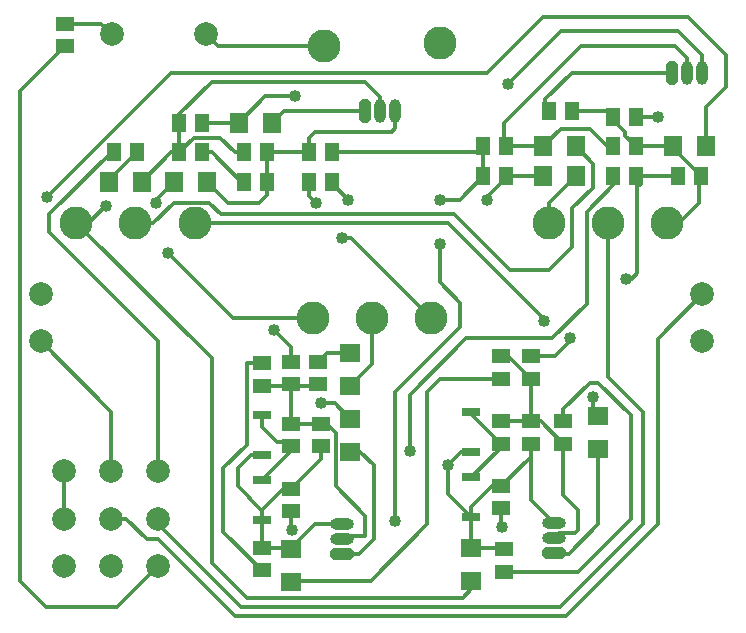
<source format=gbr>
G04 DipTrace 3.2.0.1*
G04 Top.gbr*
%MOIN*%
G04 #@! TF.FileFunction,Copper,L1,Top*
G04 #@! TF.Part,Single*
%AMOUTLINE0*
4,1,8,
-0.019685,-0.029528,
-0.009843,-0.03937,
0.009843,-0.03937,
0.019685,-0.029528,
0.019685,0.029528,
0.009843,0.03937,
-0.009843,0.03937,
-0.019685,0.029528,
-0.019685,-0.029528,
0*%
%AMOUTLINE3*
4,1,8,
0.029528,-0.019685,
0.03937,-0.009843,
0.03937,0.009843,
0.029528,0.019685,
-0.029528,0.019685,
-0.03937,0.009843,
-0.03937,-0.009843,
-0.029528,-0.019685,
0.029528,-0.019685,
0*%
G04 #@! TA.AperFunction,Conductor*
%ADD14C,0.012992*%
%ADD16R,0.062992X0.070866*%
%ADD17R,0.070866X0.062992*%
%ADD18R,0.059055X0.051181*%
%ADD19R,0.051181X0.059055*%
%ADD21R,0.062992X0.031496*%
G04 #@! TA.AperFunction,ComponentPad*
%ADD22C,0.07874*%
%ADD23C,0.110236*%
%ADD24O,0.03937X0.07874*%
%ADD25O,0.07874X0.03937*%
G04 #@! TA.AperFunction,ViaPad*
%ADD26C,0.04*%
G04 #@! TA.AperFunction,ComponentPad*
%ADD55OUTLINE0*%
%ADD58OUTLINE3*%
%FSLAX26Y26*%
G04*
G70*
G90*
G75*
G01*
G04 Top*
%LPD*%
X972441Y2066929D2*
D14*
Y1968504D1*
X946850D1*
X848425Y1870079D1*
X1188976Y1968504D2*
X1159449D1*
X1110236Y2017717D1*
X1021654D1*
X972441Y1968504D1*
X1642520Y2106299D2*
Y2154724D1*
X1592520Y2204724D1*
X1080709D1*
X972441Y2096457D1*
Y2066929D1*
X1047244D2*
X1171260D1*
X2281496Y2106299D2*
X2419291D1*
Y2086614D1*
Y2076772D1*
X2458661Y2037402D1*
Y2023622D1*
X2494094Y1988189D1*
X2618110D1*
Y1982283D1*
X2710630Y1889764D1*
X2598425Y1732283D2*
X2637795D1*
X2706693Y1801181D1*
Y1885827D1*
X2710630Y1889764D1*
X1346457Y1269685D2*
Y1320866D1*
X1289370Y1377953D1*
X2352362Y1151575D2*
Y1108268D1*
X2370079Y1090551D1*
X2273622Y1348425D2*
Y1338583D1*
X2224409Y1289370D1*
X2143701D1*
X1358268Y2155512D2*
X1259843D1*
X1171260Y2066929D1*
X1480315Y1870079D2*
Y1866142D1*
X1535433Y1811024D1*
X1446850Y1131890D2*
X1492126D1*
X1543307Y1080709D1*
X746063Y905512D2*
Y1104331D1*
X511811Y1338583D1*
X1188976Y1870079D2*
X1179134D1*
X1080709Y1968504D1*
X1047244D1*
X1405512D2*
X1263780D1*
Y1870079D1*
Y1826772D1*
X1238189Y1801181D1*
X1133858D1*
X1064961Y1870079D1*
X1692520Y2106299D2*
Y2048819D1*
X1681102Y2037402D1*
X1425197D1*
X1405512Y2017717D1*
Y1968504D1*
X1592520Y2106299D2*
X1320866D1*
X1281496Y2066929D1*
X1543307Y1301181D2*
X1466535D1*
X1435039Y1269685D1*
X1346457Y1194882D2*
Y1062992D1*
X1444882D1*
X1346457D2*
D3*
X1444882D2*
X1464567D1*
X1494094Y1033465D1*
Y856299D1*
X1592520Y757874D1*
Y688976D1*
X1522835D1*
X1513780Y679921D1*
X1248031Y1190945D2*
X1431102D1*
X1435039Y1194882D1*
X1543307Y970472D2*
X1576772D1*
X1622047Y925197D1*
Y679134D1*
X1572835Y629921D1*
X1513780D1*
X1444882Y988189D2*
Y944882D1*
X1346457Y846457D1*
X1316929D1*
X1248031Y777559D1*
Y774576D1*
Y742126D1*
Y958661D2*
X1212598D1*
X1169291Y915354D1*
Y856299D1*
X1208661Y816929D1*
X1205678D1*
X1248031Y774576D1*
Y742126D2*
Y649606D1*
X1344488D1*
X1346457Y647638D1*
Y649606D1*
X1425197Y728346D1*
X1512205D1*
X1513780Y729921D1*
X1248031Y1265748D2*
X1198819D1*
Y994094D1*
X1120079Y915354D1*
Y702756D1*
X1248031Y574803D1*
X895669Y1801181D2*
Y1811024D1*
X954724Y1870079D1*
X1417323Y1417323D2*
X1151575D1*
X935039Y1633858D1*
X1405512Y1870079D2*
Y1822835D1*
X1427165Y1801181D1*
X1515748Y1683071D2*
X1545276D1*
X1811024Y1417323D1*
X1986220Y1988189D2*
Y1889764D1*
X1456693Y2322835D2*
X1102362D1*
X1062992Y2362205D1*
X1480315Y1968504D2*
X1966535D1*
X1986220Y1988189D1*
X1346457Y771654D2*
Y710630D1*
X1348425Y708661D1*
X2045276Y781496D2*
Y720472D1*
X2047244Y718504D1*
X1840551Y1811024D2*
X1907480D1*
X1986220Y1889764D1*
X1840551Y1663386D2*
Y1535433D1*
X1909449Y1466535D1*
Y1387795D1*
X1692913Y1171260D1*
Y738189D1*
X2494094Y2086614D2*
X2568898D1*
X1614173Y1417323D2*
Y1261811D1*
X1543307Y1190945D1*
X1248031Y1092520D2*
Y1053150D1*
X1297244Y1003937D1*
X1330709D1*
X1346457Y988189D1*
Y974409D1*
X1248031Y875984D1*
X2143701Y998031D2*
Y954724D1*
X2045276Y856299D1*
X2015748D1*
X1946850Y787402D1*
Y751969D1*
Y968504D2*
X1911417D1*
X1868110Y925197D1*
Y830709D1*
X1946850Y751969D1*
X2143701Y998031D2*
Y810630D1*
X2222441Y731890D1*
X1946850Y751969D2*
Y649606D1*
X2051181D1*
X2055118Y645669D1*
X1870079Y925197D2*
X1868110D1*
X2419291Y1889764D2*
Y1858268D1*
X2330315Y1769291D1*
Y1462205D1*
X2216535Y1348425D1*
X1929134D1*
X1742126Y1161417D1*
Y974409D1*
X2045276Y1214567D2*
X1842520D1*
X1799213Y1171260D1*
Y728346D1*
X1612205Y541339D1*
X1350394D1*
X1346457Y537402D1*
X2045276Y1289370D2*
X2068898D1*
X2143701Y1214567D1*
Y1072835D1*
X2045276D1*
X2143701D2*
X2177165D1*
X2251969Y998031D1*
Y826772D1*
X2301181Y777559D1*
Y708661D1*
X2291339Y698819D1*
X2239370D1*
X2222441Y681890D1*
X2370079Y980315D2*
Y728346D1*
X2271654Y629921D1*
X2224409D1*
X2222441Y631890D1*
X1946850Y539370D2*
Y511811D1*
X1917323Y482283D1*
X1198819D1*
X1080709Y600394D1*
Y1281496D1*
X629921Y1732283D1*
X2728346Y1988189D2*
Y2118110D1*
X2795276Y2185039D1*
Y2293307D1*
X2667323Y2421260D1*
X2185039D1*
X1998031Y2234252D1*
X944882D1*
X531496Y1820866D1*
X629921Y1732283D2*
X669291D1*
X728346Y1791339D1*
X2055118Y570866D2*
X2301181D1*
X2478346Y748031D1*
Y1092520D1*
X2370079Y1200787D1*
X2340551D1*
X2251969Y1112205D1*
Y1072835D1*
X2494094Y1889764D2*
X2635827D1*
X2509843Y1860236D2*
Y1889764D1*
X2494094D1*
X1023622Y1732283D2*
X1870079D1*
X2188189Y1414173D1*
Y1407480D1*
X2460630Y1545276D2*
X2480315D1*
X2500000Y1564961D1*
Y1883858D1*
X2494094Y1889764D1*
X1946850Y1102362D2*
Y1096457D1*
X2045276Y998031D1*
Y984252D1*
X1946850Y885827D1*
X826772Y1732283D2*
X885827D1*
X954724Y1801181D1*
X1072835D1*
X1112205Y1761811D1*
X1889764D1*
X2076772Y1574803D1*
X2204724D1*
X2283465Y1653543D1*
Y1781496D1*
X2352362Y1850394D1*
Y1931102D1*
X2295276Y1988189D1*
X2061024D2*
X2185039D1*
X2666142Y2234252D2*
Y2282677D1*
X2625984Y2322835D1*
X2311024D1*
X2055118Y2066929D1*
Y1994094D1*
X2061024Y1988189D1*
X2419291D2*
X2399606D1*
X2340551Y2047244D1*
X2244094D1*
X2185039Y1988189D1*
X2616142Y2234252D2*
X2281496D1*
X2192913Y2145669D1*
Y2120079D1*
X2206693Y2106299D1*
X2061024Y1889764D2*
X2185039D1*
X2055118Y1883858D2*
X2061024Y1889764D1*
X2716142Y2234252D2*
Y2291732D1*
X2635827Y2372047D1*
X2244094D1*
X2066929Y2194882D1*
X1998031Y1811024D2*
X1988189D1*
X2066929Y1889764D1*
X2061024D1*
X2204724Y1732283D2*
Y1799213D1*
X2295276Y1889764D1*
X2401575Y1732283D2*
Y1218504D1*
X2517717Y1102362D1*
Y728346D1*
X2242126Y452756D1*
X1179134D1*
X883858Y748031D1*
X903543D1*
Y905512D2*
Y1338583D1*
X539370Y1702756D1*
Y1761811D1*
X750984Y1973425D1*
X755906Y1968504D1*
X588583Y905512D2*
Y748031D1*
X746063D2*
X795276D1*
X864173Y679134D1*
X903543D1*
X1159449Y423228D1*
X2261811D1*
X2566929Y728346D1*
Y1346457D1*
X2716535Y1496063D1*
X738189Y1870079D2*
Y1875984D1*
X830709Y1968504D1*
X903543Y590551D2*
X765748Y452756D1*
X529528D1*
X440945Y541339D1*
Y2173228D1*
X590551Y2322835D1*
Y2397638D2*
X712598D1*
X748031Y2362205D1*
D26*
X895669Y1801181D3*
X1427165D3*
X1515748Y1683071D3*
X935039Y1633858D3*
X1742126Y974409D3*
X1870079Y925197D3*
X2188189Y1407480D3*
X2460630Y1545276D3*
X728346Y1791339D3*
X531496Y1820866D3*
X2066929Y2194882D3*
X1998031Y1811024D3*
X1348425Y708661D3*
X1692913Y738189D3*
X2047244Y718504D3*
X1840551Y1663386D3*
Y1811024D3*
X2568898Y2086614D3*
X1289370Y1377953D3*
X2273622Y1348425D3*
X2352362Y1151575D3*
X1358268Y2155512D3*
X1535433Y1811024D3*
X1446850Y1131890D3*
D16*
X738189Y1870079D3*
X848425D3*
X2185039Y1889764D3*
X2295276D3*
Y1988189D3*
X2185039D3*
X1064961Y1870079D3*
X954724D3*
D17*
X1543307Y1190945D3*
Y1301181D3*
D18*
X1346457Y1062992D3*
Y988189D3*
X2045276Y1072835D3*
Y998031D3*
D19*
X2710630Y1889764D3*
X2635827D3*
D17*
X1946850Y649606D3*
Y539370D3*
X1346457Y647638D3*
Y537402D3*
D19*
X2419291Y2086614D3*
X2494094D3*
X972441Y1968504D3*
X1047244D3*
X1263780Y1870079D3*
X1188976D3*
D18*
X2251969Y998031D3*
Y1072835D3*
X2055118Y570866D3*
Y645669D3*
X1248031Y1190945D3*
Y1265748D3*
Y574803D3*
Y649606D3*
D21*
X1946850Y1102362D3*
Y968504D3*
Y751969D3*
Y885827D3*
X1248031Y1092520D3*
Y958661D3*
Y742126D3*
Y875984D3*
D22*
X748031Y2362205D3*
X1062992D3*
X511811Y1496063D3*
Y1338583D3*
X2716535D3*
Y1496063D3*
D23*
X1456693Y2322835D3*
X1840551Y2332677D3*
D55*
X2616142Y2234252D3*
D24*
X2666142D3*
X2716142D3*
D58*
X2222441Y631890D3*
D25*
Y681890D3*
Y731890D3*
D58*
X1513780Y629921D3*
D25*
Y679921D3*
Y729921D3*
D55*
X1592520Y2106299D3*
D24*
X1642520D3*
X1692520D3*
D18*
X590551Y2322835D3*
Y2397638D3*
D19*
X755906Y1968504D3*
X830709D3*
X2494094Y1988189D3*
X2419291D3*
X2281496Y2106299D3*
X2206693D3*
D16*
X2728346Y1988189D3*
X2618110D3*
D19*
X2061024Y1889764D3*
X1986220D3*
X2061024Y1988189D3*
X1986220D3*
X2419291Y1889764D3*
X2494094D3*
X1188976Y1968504D3*
X1263780D3*
D17*
X2370079Y1090551D3*
Y980315D3*
D18*
X2045276Y856299D3*
Y781496D3*
Y1214567D3*
Y1289370D3*
D19*
X1405512Y1968504D3*
X1480315D3*
X1047244Y2066929D3*
X972441D3*
D18*
X2143701Y1072835D3*
Y998031D3*
Y1289370D3*
Y1214567D3*
X1444882Y1062992D3*
Y988189D3*
X1346457Y846457D3*
Y771654D3*
X1435039Y1269685D3*
Y1194882D3*
X1346457Y1269685D3*
Y1194882D3*
D17*
X1543307Y1080709D3*
Y970472D3*
D16*
X1171260Y2066929D3*
X1281496D3*
D19*
X1480315Y1870079D3*
X1405512D3*
D23*
X1614173Y1417323D3*
X1417323D3*
X1811024D3*
X826772Y1732283D3*
X629921D3*
X1023622D3*
X2401575D3*
X2204724D3*
X2598425D3*
D22*
X746063Y748031D3*
X903543D3*
Y905512D3*
X746063D3*
X588583D3*
Y748031D3*
Y590551D3*
X746063D3*
X903543D3*
M02*

</source>
